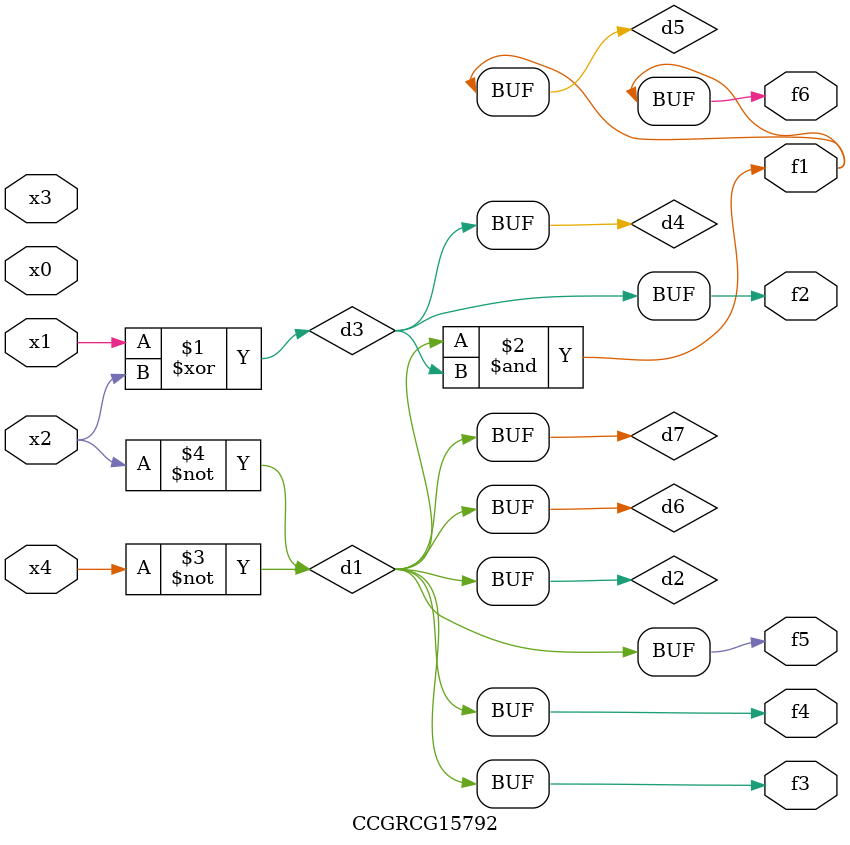
<source format=v>
module CCGRCG15792(
	input x0, x1, x2, x3, x4,
	output f1, f2, f3, f4, f5, f6
);

	wire d1, d2, d3, d4, d5, d6, d7;

	not (d1, x4);
	not (d2, x2);
	xor (d3, x1, x2);
	buf (d4, d3);
	and (d5, d1, d3);
	buf (d6, d1, d2);
	buf (d7, d2);
	assign f1 = d5;
	assign f2 = d4;
	assign f3 = d7;
	assign f4 = d7;
	assign f5 = d7;
	assign f6 = d5;
endmodule

</source>
